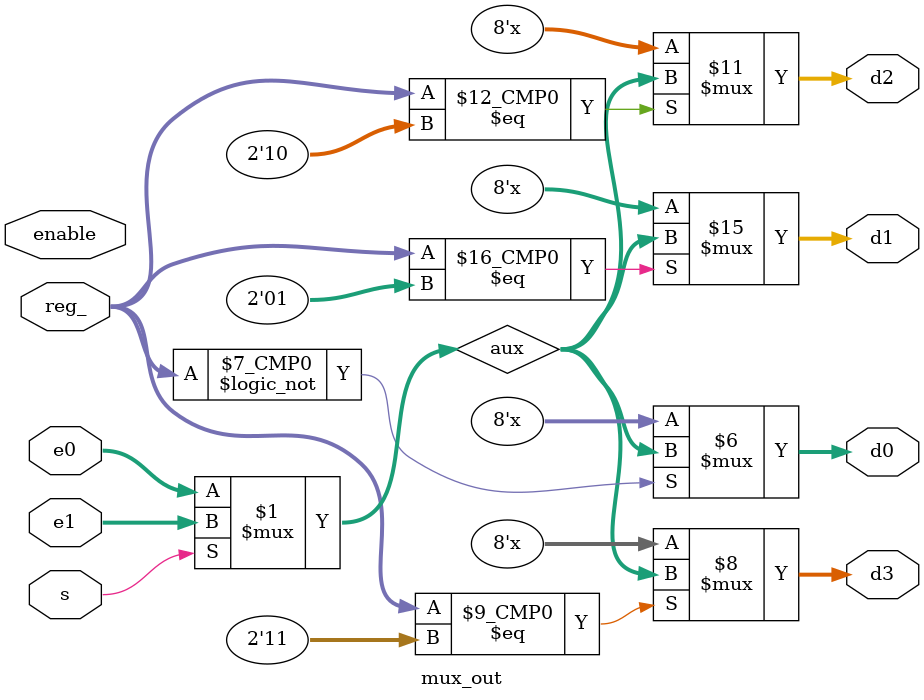
<source format=v>

module regfile(input  wire        clk, 
               input  wire        we3,           //se�al de habilitaci�n de escritura
               input  wire [3:0]  ra1, ra2, wa3, //direcciones de regs leidos y reg a escribir
               input  wire [7:0]  wd3, 			 //dato a escribir
               output wire [7:0]  rd1, rd2);     //datos leidos

  reg [7:0] regb[0:15]; //memoria de 16 registros de 8 bits de ancho

  // El registro 0 siempre es cero
  // se leen dos reg combinacionalmente
  // y la escritura del tercero ocurre en flanco de subida del reloj
  always @(posedge clk)
    if (we3) regb[wa3] <= wd3;	
  
  assign rd1 = (ra1 != 0) ? regb[ra1] : 8'b00000000;
  assign rd2 = (ra2 != 0) ? regb[ra2] : 8'b00000000;
endmodule

//modulo sumador  
module sum(input  wire [9:0] a, b,
             output wire [9:0] y);

  assign y = a + b;
endmodule

//modulo de registro para modelar el PC, cambia en cada flanco de subida de reloj o de reset
module registro #(parameter WIDTH = 8)
              (input  wire             clk, reset,
               input  wire [WIDTH-1:0] d, 
               output reg  [WIDTH-1:0] q);

  always @(posedge clk, posedge reset)
    if (reset) q <= 0;
    else       q <= d;
endmodule



module retorno_reg #(parameter WIDTH = 10)
              (input  wire             swe, reset,
               input  wire [WIDTH-1:0] d, 
               output reg  [WIDTH-1:0] q);

  always @(posedge swe, posedge reset)
    if (reset) q <= 0;
    else       q <= d;
endmodule


// module retorno_reg #(parameter WIDTH = 10)
//               (input  wire             push, pop, reset,
//                input  wire [WIDTH-1:0] d, 
//                output reg  [WIDTH-1:0] q);

//   always @(posedge swe, posedge reset)
//     if (reset) q <= 0;
//     else       q <= d;
// endmodule




//modulo multiplexor, cos s=1 sale d1, s=0 sale d0
module mux1 #(parameter WIDTH = 10)
             (input  wire [WIDTH-1:0] d0, d1, 
              input  wire             s, 
              output wire [WIDTH-1:0] y);

  assign y = s ? d1 : d0; 
endmodule


//modulo multiplexor, cos s=1 sale d1, s=0 sale d0
module mux2 #(parameter WIDTH = 8)
             (input  wire [WIDTH-1:0] d0, d1, 
              input  wire             s, 
              output wire [WIDTH-1:0] y);

  assign y = s ? d1 : d0; 
endmodule


/// ENTRADA/SALIDA

//modulo de registro activable de E/S
module reg_e #(parameter WIDTH = 8)
              (input  wire             clk, reset, rwe,
               input  wire [WIDTH-1:0] d, 
               output reg  [WIDTH-1:0] q);

  //$display("******: %d", d);

  always @(posedge clk, posedge reset)
  // always @(*)
    if (reset) q <= 0;
    else if (rwe) q <= d;
endmodule


//modulo multiplexor de entrada 4-1 al MicroC
module mux_in #(parameter WIDTH = 8)
             (input  wire [WIDTH-1:0] d0, d1, d2, d3, 
              input  wire [1:0]            s, 
              output wire [WIDTH-1:0] y);

    reg [7:0] aux;

    always @(d0,d1,d2,d3,s)
    begin
      case (s)              
        2'b00: aux = d0;
        2'b01: aux = d1;
        2'b10: aux = d2;
        2'b11: aux = d3;
        default: aux = 8'bxxxxxxxx; //desconocido en cualquier otro caso (x � z), por si se modifica el c�digo
      endcase
    end                 

  assign y = aux; 
endmodule


//modulo multiplexor de entrada 2-4 del MicroC
module mux_out #(parameter WIDTH = 8)
             (input  wire [WIDTH-1:0] e0, e1, 
              input  wire             s, enable, 
              input  wire [1:0]       reg_, 
              output reg [WIDTH-1:0] d0, d1, d2, d3 );

  // wire [7:0] aux;   
  // assign aux = s ? e1 : e0;

  // always @(reg_,aux)

  // always @(posedge enable)
  // begin
  //   if (enable)
  //   begin
  //     case (reg_)
  //       2'b00: d0 = (s) ? e1 : e0;
  //       2'b01: d1 = (s) ? e1 : e0;
  //       2'b10: d2 = (s) ? e1 : e0;
  //       2'b11: d3 = (s) ? e1 : e0;
  //     endcase
  //   end
  // end

  wire [7:0] aux;
  assign aux = s ? e1 : e0;
  always @(reg_,aux)
  begin
    case (reg_)
      2'b00: d0 = aux;
      2'b01: d1 = aux;
      2'b10: d2 = aux;
      2'b11: d3 = aux;
      //default: d0 = 'bx; d1 = 'bx; d2 = 'bx; d3 = 'bx;//desconocido en cualquier otro caso (x � z), por si se modifica el c�digo
    endcase
  end


endmodule
</source>
